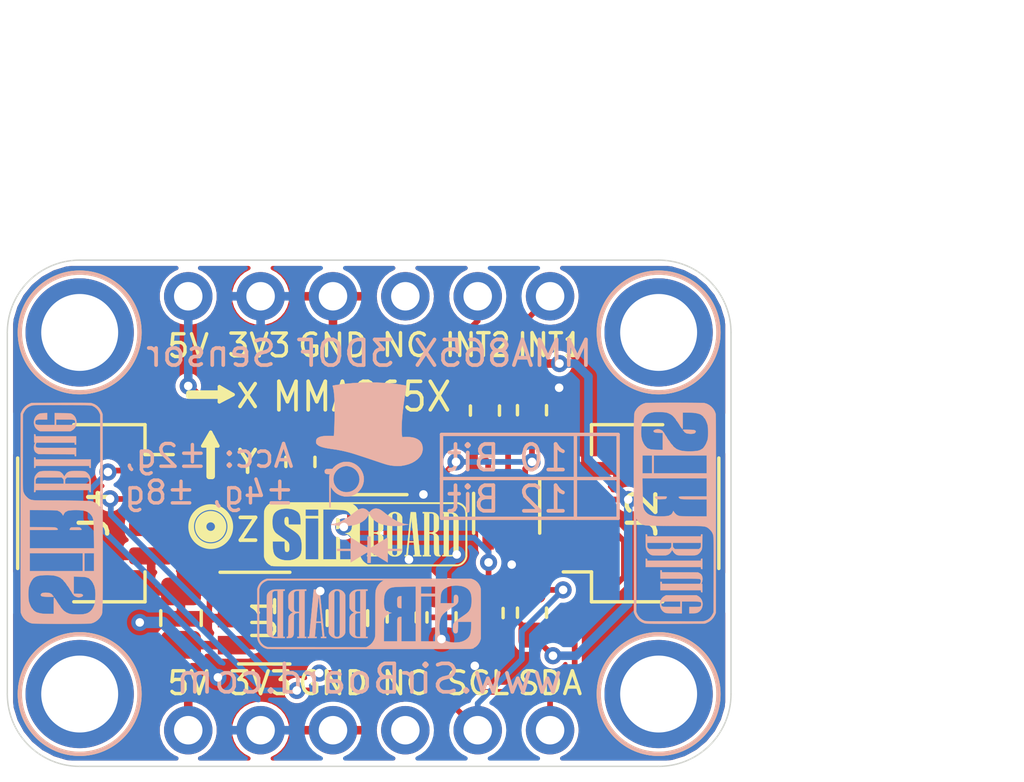
<source format=kicad_pcb>
(kicad_pcb (version 20171130) (host pcbnew "(5.1.2)-2")
  (title_block (title "MMA845X Breakout with 5V Level Shift") (date 2020-01-22) (rev 2) (company SirBoard) (comment 1 "1.56Hz - 800Hz Data Rates") (comment 2 "±2g, ±4g, ±8g") (comment 3 "Digital 8bit/12Bit or 14bit I2C Accelerometer") (comment 4 "MMA8451, MMA8452 - SirBlue"))
  (layers (0 F.Cu signal) (31 B.Cu signal) (34 B.Paste user hide) (35 F.Paste user hide) (36 B.SilkS user) (37 F.SilkS user) (38 B.Mask user hide) (39 F.Mask user hide) (44 Edge.Cuts user))
  (net 0 "")
  (net 1 GND)
  (net 2 5V)
  (net 3 3V3)
  (net 4 "Net-(U1-Pad4)")
  (net 5 SCL_5V)
  (net 6 SDA_3V3)
  (net 7 SDA_5V)
  (net 8 SCL_3V3)
  (net 9 "Net-(J3-Pad4)")
  (net 10 INT1)
  (net 11 INT2)
  (net 12 "Net-(C2-Pad1)")
  (net 13 "Net-(C5-Pad1)")
  (net 14 "Net-(J1-Pad4)")
  (module logo:SirBoard71X22 (layer F.Cu) (at 65.151 36.703)
    (fp_text reference G*** hide)
    (fp_text value LOGO hide)
  )
  (module Package_DFN_QFN:DFN-10_2x2mm_P0.4mm (layer F.Cu) (at 65.405 34.163 180)
    (fp_text reference U2 hide)
    (fp_text value MMA865X)
    (pad 10 smd rect (at 0.8 -0.8 180) (size 0.7 0.25) (layers F.Cu F.Paste F.Mask) (net 6 SDA_3V3))
    (pad 9 smd rect (at 0.8 -0.4 180) (size 0.7 0.25) (layers F.Cu F.Paste F.Mask) (net 1 GND))
    (pad 8 smd rect (at 0.8 0 180) (size 0.7 0.25) (layers F.Cu F.Paste F.Mask) (net 13 "Net-(C5-Pad1)"))
    (pad 7 smd rect (at 0.8 0.4 180) (size 0.7 0.25) (layers F.Cu F.Paste F.Mask) (net 1 GND))
    (pad 6 smd rect (at 0.8 0.8 180) (size 0.7 0.25) (layers F.Cu F.Paste F.Mask) (net 1 GND))
    (pad 5 smd rect (at -0.8 0.8 180) (size 0.7 0.25) (layers F.Cu F.Paste F.Mask) (net 11 INT2))
    (pad 4 smd rect (at -0.8 0.4 180) (size 0.7 0.25) (layers F.Cu F.Paste F.Mask) (net 12 "Net-(C2-Pad1)"))
    (pad 3 smd rect (at -0.8 0 180) (size 0.7 0.25) (layers F.Cu F.Paste F.Mask) (net 10 INT1))
    (pad 2 smd rect (at -0.8 -0.4 180) (size 0.7 0.25) (layers F.Cu F.Paste F.Mask) (net 8 SCL_3V3))
    (pad 1 smd rect (at -0.8 -0.8 180) (size 0.7 0.25) (layers F.Cu F.Paste F.Mask) (net 3 3V3))
  )
  (module Capacitor_SMD:C_0603_1608Metric (layer F.Cu) (at 67.818 39.624 270)
    (fp_text reference C3 hide)
    (fp_text value 220nF)
    (pad 2 smd roundrect (at 0.7875 0 270) (size 0.875 0.95) (layers F.Cu F.Paste F.Mask) (net 1 GND))
    (pad 1 smd roundrect (at -0.7875 0 270) (size 0.875 0.95) (layers F.Cu F.Paste F.Mask) (net 3 3V3))
  )
  (module Capacitor_SMD:C_0603_1608Metric (layer F.Cu) (at 62.865 34.163 90)
    (fp_text reference C5 hide)
    (fp_text value 100nF)
    (pad 2 smd roundrect (at 0.7875 0 90) (size 0.875 0.95) (layers F.Cu F.Paste F.Mask) (net 1 GND))
    (pad 1 smd roundrect (at -0.7875 0 90) (size 0.875 0.95) (layers F.Cu F.Paste F.Mask) (net 13 "Net-(C5-Pad1)"))
  )
  (module Capacitor_SMD:C_0603_1608Metric (layer F.Cu) (at 66.421 39.624 270)
    (fp_text reference C2 hide)
    (fp_text value 100nF)
    (pad 2 smd roundrect (at 0.7875 0 270) (size 0.875 0.95) (layers F.Cu F.Paste F.Mask) (net 1 GND))
    (pad 1 smd roundrect (at -0.7875 0 270) (size 0.875 0.95) (layers F.Cu F.Paste F.Mask) (net 12 "Net-(C2-Pad1)"))
  )
  (module logo:SirBoard79x25 (layer B.Cu) (at 65.278 39.497 180)
    (fp_text reference G*** hide)
    (fp_text value LOGO hide)
  )
  (module logo:logo63x89 (layer B.Cu) (at 65.278 34.544 180)
    (fp_text reference G*** hide)
    (fp_text value LOGO hide)
  )
  (module logo:SirBlue78x29 (layer B.Cu) (at 76.0095 35.9664 270)
    (fp_text reference G*** hide)
    (fp_text value LOGO hide)
  )
  (module logo:SirBlue78x29 (layer B.Cu) (at 54.483 35.9664 90)
    (fp_text reference G*** hide)
    (fp_text value LOGO hide)
  )
  (module Connector_PinHeader_2.54mm:PinHeader_1x06_P2.54mm_Vertical (layer B.Cu) (at 58.928 28.3464 270)
    (fp_text reference J3 hide)
    (fp_text value Conn_01x06)
    (pad 6 thru_hole oval (at 0 -12.7 270) (size 1.7 1.7) (drill 1) (layers *.Cu *.Mask) (net 10 INT1))
    (pad 5 thru_hole oval (at 0 -10.16 270) (size 1.7 1.7) (drill 1) (layers *.Cu *.Mask) (net 11 INT2))
    (pad 4 thru_hole oval (at 0 -7.62 270) (size 1.7 1.7) (drill 1) (layers *.Cu *.Mask) (net 9 "Net-(J3-Pad4)"))
    (pad 3 thru_hole oval (at 0 -5.08 270) (size 1.7 1.7) (drill 1) (layers *.Cu *.Mask) (net 1 GND))
    (pad 2 thru_hole oval (at 0 -2.54 270) (size 1.7 1.7) (drill 1) (layers *.Cu *.Mask) (net 3 3V3))
    (pad 1 thru_hole circle (at 0 0 270) (size 1.7 1.7) (drill 1) (layers *.Cu *.Mask) (net 2 5V))
  )
  (module Connector_PinHeader_2.54mm:PinHeader_1x06_P2.54mm_Vertical (layer B.Cu) (at 58.928 43.5864 270)
    (fp_text reference J1 hide)
    (fp_text value Conn_01x06)
    (pad 6 thru_hole oval (at 0 -12.7 270) (size 1.7 1.7) (drill 1) (layers *.Cu *.Mask) (net 7 SDA_5V))
    (pad 5 thru_hole oval (at 0 -10.16 270) (size 1.7 1.7) (drill 1) (layers *.Cu *.Mask) (net 5 SCL_5V))
    (pad 4 thru_hole oval (at 0 -7.62 270) (size 1.7 1.7) (drill 1) (layers *.Cu *.Mask) (net 14 "Net-(J1-Pad4)"))
    (pad 3 thru_hole oval (at 0 -5.08 270) (size 1.7 1.7) (drill 1) (layers *.Cu *.Mask) (net 1 GND))
    (pad 2 thru_hole oval (at 0 -2.54 270) (size 1.7 1.7) (drill 1) (layers *.Cu *.Mask) (net 3 3V3))
    (pad 1 thru_hole circle (at 0 0 270) (size 1.7 1.7) (drill 1) (layers *.Cu *.Mask) (net 2 5V))
  )
  (module Package_TO_SOT_SMD:SOT-23-5 (layer F.Cu) (at 61.595 39.6494)
    (fp_text reference U1 (at 0 0 90) (layer F.SilkS) (effects (font (size 0.8 0.8) (thickness 0.12))))
    (fp_text value AP2127K-3.3)
    (pad 5 smd rect (at 1.1 -0.95) (size 1.06 0.65) (layers F.Cu F.Paste F.Mask) (net 3 3V3))
    (pad 4 smd rect (at 1.1 0.95) (size 1.06 0.65) (layers F.Cu F.Paste F.Mask) (net 4 "Net-(U1-Pad4)"))
    (pad 3 smd rect (at -1.1 0.95) (size 1.06 0.65) (layers F.Cu F.Paste F.Mask) (net 2 5V))
    (pad 2 smd rect (at -1.1 0) (size 1.06 0.65) (layers F.Cu F.Paste F.Mask) (net 1 GND))
    (pad 1 smd rect (at -1.1 -0.95) (size 1.06 0.65) (layers F.Cu F.Paste F.Mask) (net 2 5V))
  )
  (module Connector_JST:JST_SH_SM04B-SRSS-TB_1x04-1MP_P1.00mm_Horizontal (layer F.Cu) (at 55.626 35.9664 270)
    (fp_text reference J4 (at 0 0 270) (layer F.SilkS))
    (fp_text value Conn_01x04)
    (pad MP smd roundrect (at 2.8 1.875 270) (size 1.2 1.8) (layers F.Cu F.Paste F.Mask) (roundrect_rratio 0.208333))
    (pad MP smd roundrect (at -2.8 1.875 270) (size 1.2 1.8) (layers F.Cu F.Paste F.Mask) (roundrect_rratio 0.208333))
    (pad 4 smd roundrect (at 1.5 -2 270) (size 0.6 1.55) (layers F.Cu F.Paste F.Mask) (net 1 GND))
    (pad 3 smd roundrect (at 0.5 -2 270) (size 0.6 1.55) (layers F.Cu F.Paste F.Mask) (net 2 5V))
    (pad 2 smd roundrect (at -0.5 -2 270) (size 0.6 1.55) (layers F.Cu F.Paste F.Mask) (net 7 SDA_5V))
    (pad 1 smd roundrect (at -1.5 -2 270) (size 0.6 1.55) (layers F.Cu F.Paste F.Mask) (net 5 SCL_5V))
  )
  (module Connector_JST:JST_SH_SM04B-SRSS-TB_1x04-1MP_P1.00mm_Horizontal (layer F.Cu) (at 74.8665 35.9664 90)
    (fp_text reference J2 (at 0 0 90) (layer F.SilkS))
    (fp_text value Conn_01x04)
    (pad MP smd roundrect (at 2.8 1.875 90) (size 1.2 1.8) (layers F.Cu F.Paste F.Mask) (roundrect_rratio 0.208333))
    (pad MP smd roundrect (at -2.8 1.875 90) (size 1.2 1.8) (layers F.Cu F.Paste F.Mask) (roundrect_rratio 0.208333))
    (pad 4 smd roundrect (at 1.5 -2 90) (size 0.6 1.55) (layers F.Cu F.Paste F.Mask) (net 1 GND))
    (pad 3 smd roundrect (at 0.5 -2 90) (size 0.6 1.55) (layers F.Cu F.Paste F.Mask) (net 2 5V))
    (pad 2 smd roundrect (at -0.5 -2 90) (size 0.6 1.55) (layers F.Cu F.Paste F.Mask) (net 7 SDA_5V))
    (pad 1 smd roundrect (at -1.5 -2 90) (size 0.6 1.55) (layers F.Cu F.Paste F.Mask) (net 5 SCL_5V))
  )
  (module Capacitor_SMD:C_0805_2012Metric (layer F.Cu) (at 64.516 39.6494 270)
    (fp_text reference C4 hide)
    (fp_text value 10uF)
    (pad 2 smd roundrect (at 0.9375 0 270) (size 0.975 1.4) (layers F.Cu F.Paste F.Mask) (net 1 GND))
    (pad 1 smd roundrect (at -0.9375 0 270) (size 0.975 1.4) (layers F.Cu F.Paste F.Mask) (net 3 3V3))
  )
  (module Capacitor_SMD:C_0805_2012Metric (layer F.Cu) (at 58.674 39.6494 90)
    (fp_text reference C1 hide)
    (fp_text value 10uF)
    (pad 2 smd roundrect (at 0.9375 0 90) (size 0.975 1.4) (layers F.Cu F.Paste F.Mask) (net 1 GND))
    (pad 1 smd roundrect (at -0.9375 0 90) (size 0.975 1.4) (layers F.Cu F.Paste F.Mask) (net 2 5V))
  )
  (module SirBoardLibrary:MountingHole_M2.5_SirBoard (layer F.Cu) (at 55.118 42.3164 270)
    (fp_text reference H1 hide)
    (fp_text value MountingHole)
    (pad 1 thru_hole circle (at 0 0 270) (size 3.8 3.8) (drill 2.7) (layers *.Cu *.Mask))
  )
  (module SirBoardLibrary:MountingHole_M2.5_SirBoard (layer F.Cu) (at 55.118 29.6164 270)
    (fp_text reference H2 hide)
    (fp_text value MountingHole)
    (pad 1 thru_hole circle (at 0 0 270) (size 3.8 3.8) (drill 2.7) (layers *.Cu *.Mask))
  )
  (module SirBoardLibrary:MountingHole_M2.5_SirBoard (layer F.Cu) (at 75.438 42.3164 90)
    (fp_text reference H3 hide)
    (fp_text value MountingHole)
    (pad 1 thru_hole circle (at 0 0 90) (size 3.8 3.8) (drill 2.7) (layers *.Cu *.Mask))
  )
  (module SirBoardLibrary:MountingHole_M2.5_SirBoard (layer F.Cu) (at 75.438 29.6164 90)
    (fp_text reference H4 hide)
    (fp_text value MountingHole)
    (pad 1 thru_hole circle (at 0 0 90) (size 3.8 3.8) (drill 2.7) (layers *.Cu *.Mask))
  )
  (module Resistor_SMD:R_0603_1608Metric (layer F.Cu) (at 69.342 32.3596 270)
    (fp_text reference R8 hide)
    (fp_text value 10K)
    (pad 2 smd roundrect (at 0.7875 0 270) (size 0.875 0.95) (layers F.Cu F.Paste F.Mask) (net 7 SDA_5V))
    (pad 1 smd roundrect (at -0.7875 0 270) (size 0.875 0.95) (layers F.Cu F.Paste F.Mask) (net 2 5V))
  )
  (module Resistor_SMD:R_0603_1608Metric (layer F.Cu) (at 69.469 39.4716 270)
    (fp_text reference R7 hide)
    (fp_text value 10K)
    (pad 2 smd roundrect (at 0.7875 0 270) (size 0.875 0.95) (layers F.Cu F.Paste F.Mask) (net 3 3V3))
    (pad 1 smd roundrect (at -0.7875 0 270) (size 0.875 0.95) (layers F.Cu F.Paste F.Mask) (net 6 SDA_3V3))
  )
  (module Resistor_SMD:R_0603_1608Metric (layer F.Cu) (at 70.993 39.4589 90)
    (fp_text reference R6 hide)
    (fp_text value 10K)
    (pad 2 smd roundrect (at 0.7875 0 90) (size 0.875 0.95) (layers F.Cu F.Paste F.Mask) (net 5 SCL_5V))
    (pad 1 smd roundrect (at -0.7875 0 90) (size 0.875 0.95) (layers F.Cu F.Paste F.Mask) (net 2 5V))
  )
  (module Resistor_SMD:R_0603_1608Metric (layer F.Cu) (at 70.993 32.3469 90)
    (fp_text reference R5 hide)
    (fp_text value 10K)
    (pad 2 smd roundrect (at 0.7875 0 90) (size 0.875 0.95) (layers F.Cu F.Paste F.Mask) (net 3 3V3))
    (pad 1 smd roundrect (at -0.7875 0 90) (size 0.875 0.95) (layers F.Cu F.Paste F.Mask) (net 8 SCL_3V3))
  )
  (module Package_TO_SOT_SMD:SOT-363_SC-70-6 (layer F.Cu) (at 70.104 35.9664 270)
    (fp_text reference Q2 hide)
    (fp_text value BSS138DW)
    (pad 6 smd rect (at 0.95 -0.65 270) (size 0.65 0.4) (layers F.Cu F.Paste F.Mask) (net 5 SCL_5V))
    (pad 4 smd rect (at 0.95 0.65 270) (size 0.65 0.4) (layers F.Cu F.Paste F.Mask) (net 6 SDA_3V3))
    (pad 2 smd rect (at -0.95 0 270) (size 0.65 0.4) (layers F.Cu F.Paste F.Mask) (net 3 3V3))
    (pad 5 smd rect (at 0.95 0 270) (size 0.65 0.4) (layers F.Cu F.Paste F.Mask) (net 3 3V3))
    (pad 3 smd rect (at -0.95 0.65 270) (size 0.65 0.4) (layers F.Cu F.Paste F.Mask) (net 7 SDA_5V))
    (pad 1 smd rect (at -0.95 -0.65 270) (size 0.65 0.4) (layers F.Cu F.Paste F.Mask) (net 8 SCL_3V3))
  )
  (gr_text NC (at 66.548 41.9354) (layer F.SilkS) (effects (font (size 0.8 0.8) (thickness 0.12))))
  (gr_text "10 Bit\n12 Bit" (at 70.1294 34.7472) (layer B.SilkS) (effects (font (size 0.9 0.9) (thickness 0.13)) (justify mirror)))
  (gr_line (start 67.818 33.1978) (end 74.0156 33.1978) (layer B.SilkS) (width 0.12))
  (gr_line (start 74.0156 33.1978) (end 74.0156 36.1442) (layer B.SilkS) (width 0.12))
  (gr_line (start 74.0156 36.1442) (end 67.818 36.1442) (layer B.SilkS) (width 0.12))
  (gr_line (start 67.818 36.1442) (end 67.818 33.1978) (layer B.SilkS) (width 0.12))
  (gr_line (start 67.818 34.7472) (end 74.0156 34.7472) (layer B.SilkS) (width 0.12))
  (gr_line (start 72.517 33.1978) (end 72.517 36.1442) (layer B.SilkS) (width 0.12))
  (gr_text MMA865X (at 65.024 31.877) (layer F.SilkS) (effects (font (size 1 0.9) (thickness 0.13))))
  (gr_text 5V (at 58.928 30.099) (layer F.SilkS) (effects (font (size 0.8 0.8) (thickness 0.12))))
  (gr_text 3V3 (at 61.4172 30.0736) (layer F.SilkS) (effects (font (size 0.8 0.8) (thickness 0.12))))
  (gr_text GND (at 64.008 30.0736) (layer F.SilkS) (effects (font (size 0.8 0.8) (thickness 0.12))))
  (gr_line (start 60.0202 31.5214) (end 60.0202 32.0548) (layer F.SilkS) (width 0.12))
  (gr_line (start 60.0964 31.5976) (end 60.0964 31.9786) (layer F.SilkS) (width 0.12))
  (gr_line (start 58.9534 31.8516) (end 60.325 31.8516) (layer F.SilkS) (width 0.2))
  (gr_line (start 58.9534 31.75) (end 60.325 31.75) (layer F.SilkS) (width 0.2))
  (gr_line (start 58.9534 31.8008) (end 60.325 31.8008) (layer F.SilkS) (width 0.2))
  (gr_line (start 60.5028 31.8008) (end 60.0202 31.5214) (layer F.SilkS) (width 0.12))
  (gr_line (start 60.5028 31.8008) (end 60.0202 32.0548) (layer F.SilkS) (width 0.12))
  (gr_line (start 59.5122 33.528) (end 59.8932 33.528) (layer F.SilkS) (width 0.12))
  (gr_line (start 59.436 33.6042) (end 59.9694 33.6042) (layer F.SilkS) (width 0.12))
  (gr_line (start 59.7154 34.671) (end 59.7154 33.2994) (layer F.SilkS) (width 0.2))
  (gr_line (start 59.6646 34.671) (end 59.6646 33.2994) (layer F.SilkS) (width 0.2))
  (gr_line (start 59.7662 34.671) (end 59.7662 33.2994) (layer F.SilkS) (width 0.2))
  (gr_line (start 59.7154 33.1216) (end 59.436 33.6042) (layer F.SilkS) (width 0.12))
  (gr_line (start 59.7154 33.1216) (end 59.9694 33.6042) (layer F.SilkS) (width 0.12))
  (gr_text INT1 (at 71.628 30.0609) (layer F.SilkS) (effects (font (size 0.8 0.7) (thickness 0.12))))
  (gr_text "Acc: ±2g,\n±4g, ±8g" (at 59.6646 34.5948) (layer B.SilkS) (effects (font (size 0.8 0.8) (thickness 0.12)) (justify mirror)))
  (gr_text Y (at 61.0108 34.163) (layer F.SilkS) (effects (font (size 0.8 0.8) (thickness 0.13))))
  (gr_text Z (at 61.0235 36.4744 180) (layer F.SilkS) (effects (font (size 0.8 0.8) (thickness 0.13))))
  (gr_text X (at 61.0108 31.8516) (layer F.SilkS) (effects (font (size 0.8 0.8) (thickness 0.13))))
  (gr_circle (center 59.7154 36.4363) (end 59.8654 36.4363) (layer F.SilkS) (width 0.4))
  (gr_arc (start 59.7154 36.4363) (end 59.7408 35.7505) (angle -357.8050689) (layer F.SilkS) (width 0.2))
  (gr_text INT2 (at 69.088 30.0609) (layer F.SilkS) (effects (font (size 0.8 0.7) (thickness 0.12))))
  (gr_text NC (at 66.548 30.0609) (layer F.SilkS) (effects (font (size 0.8 0.8) (thickness 0.12))))
  (gr_text 5V (at 58.928 41.9354) (layer F.SilkS) (effects (font (size 0.8 0.8) (thickness 0.12))))
  (gr_text 3V3 (at 61.468 41.9354) (layer F.SilkS) (effects (font (size 0.8 0.8) (thickness 0.12))))
  (gr_text GND (at 64.008 41.9354) (layer F.SilkS) (effects (font (size 0.8 0.8) (thickness 0.12))))
  (gr_text SCL (at 69.088 41.9354) (layer F.SilkS) (effects (font (size 0.8 0.8) (thickness 0.12))))
  (gr_text SDA (at 71.628 41.9354) (layer F.SilkS) (effects (font (size 0.8 0.8) (thickness 0.12))))
  (gr_arc (start 55.118 29.6164) (end 55.118 27.0764) (angle -90) (layer Edge.Cuts) (width 0.05))
  (gr_arc (start 75.438 29.6164) (end 77.978 29.6164) (angle -90) (layer Edge.Cuts) (width 0.05))
  (gr_arc (start 75.438 42.3164) (end 75.438 44.8564) (angle -90) (layer Edge.Cuts) (width 0.05))
  (gr_arc (start 55.118 42.3164) (end 52.578 42.3164) (angle -90) (layer Edge.Cuts) (width 0.05))
  (gr_line (start 52.578 42.3164) (end 52.578 29.6164) (layer Edge.Cuts) (width 0.05))
  (gr_line (start 55.118 27.0764) (end 75.438 27.0764) (layer Edge.Cuts) (width 0.05))
  (gr_line (start 77.978 29.6164) (end 77.978 42.3164) (layer Edge.Cuts) (width 0.05))
  (gr_line (start 75.438 44.8564) (end 55.118 44.8564) (layer Edge.Cuts) (width 0.05))
  (gr_text "MMA865X 3DOF Sensor" (at 65.278 30.353) (layer B.SilkS) (effects (font (size 0.9 0.9) (thickness 0.13)) (justify mirror)))
  (gr_text www.SirBoard.com (at 65.278 41.783) (layer B.SilkS) (effects (font (size 1 1) (thickness 0.13)) (justify mirror)))
  (via (at 59.9694 41.7322) (size 0.6) (drill 0.3) (layers F.Cu B.Cu) (net 1))
  (via (at 57.2262 39.8018) (size 0.6) (drill 0.3) (layers F.Cu B.Cu) (net 1))
  (segment (start 58.039 39.8018) (end 59.9694 41.7322) (width 0.4) (layer B.Cu) (net 1))
  (segment (start 57.2262 39.8018) (end 58.039 39.8018) (width 0.4) (layer B.Cu) (net 1))
  (via (at 67.818 40.386) (size 0.6) (drill 0.3) (layers F.Cu B.Cu) (net 1))
  (via (at 68.3514 37.4142) (size 0.6) (drill 0.3) (layers F.Cu B.Cu) (net 1))
  (segment (start 67.818 37.9476) (end 68.051401 37.714199) (width 0.4) (layer B.Cu) (net 1))
  (segment (start 68.051401 37.714199) (end 68.3514 37.4142) (width 0.4) (layer B.Cu) (net 1))
  (segment (start 67.818 40.386) (end 67.818 37.9476) (width 0.4) (layer B.Cu) (net 1))
  (segment (start 65.155 34.563) (end 64.605 34.563) (width 0.2) (layer F.Cu) (net 1))
  (segment (start 65.182001 34.535999) (end 65.155 34.563) (width 0.2) (layer F.Cu) (net 1))
  (segment (start 65.182001 33.790001) (end 65.182001 34.535999) (width 0.2) (layer F.Cu) (net 1))
  (segment (start 65.155 33.763) (end 65.182001 33.790001) (width 0.2) (layer F.Cu) (net 1))
  (segment (start 64.605 33.763) (end 65.155 33.763) (width 0.2) (layer F.Cu) (net 1))
  (segment (start 58.674 40.5869) (end 58.674 41.7449) (width 0.3) (layer F.Cu) (net 2))
  (segment (start 58.928 41.9989) (end 58.928 43.5864) (width 0.3) (layer F.Cu) (net 2))
  (segment (start 58.674 41.7449) (end 58.928 41.9989) (width 0.3) (layer F.Cu) (net 2))
  (segment (start 58.6865 40.5994) (end 58.674 40.5869) (width 0.3) (layer F.Cu) (net 2))
  (segment (start 60.495 40.5994) (end 58.6865 40.5994) (width 0.3) (layer F.Cu) (net 2))
  (segment (start 61.2165 40.5994) (end 60.495 40.5994) (width 0.3) (layer F.Cu) (net 2))
  (segment (start 61.468 40.3479) (end 61.2165 40.5994) (width 0.3) (layer F.Cu) (net 2))
  (segment (start 60.495 38.6994) (end 61.2165 38.6994) (width 0.3) (layer F.Cu) (net 2))
  (segment (start 61.2165 38.6994) (end 61.468 38.9509) (width 0.3) (layer F.Cu) (net 2))
  (via (at 71.7296 40.9702) (size 0.6) (drill 0.3) (layers F.Cu B.Cu) (net 2))
  (segment (start 70.993 40.2464) (end 71.0058 40.2464) (width 0.2) (layer F.Cu) (net 2))
  (segment (start 71.0058 40.2464) (end 71.7296 40.9702) (width 0.2) (layer F.Cu) (net 2))
  (segment (start 71.7296 40.9702) (end 72.5424 40.9702) (width 0.3) (layer B.Cu) (net 2))
  (via (at 74.3712 35.4838) (size 0.6) (drill 0.3) (layers F.Cu B.Cu) (net 2))
  (segment (start 72.5424 40.9702) (end 74.3712 39.1414) (width 0.3) (layer B.Cu) (net 2))
  (segment (start 74.3712 39.1414) (end 74.3712 35.4838) (width 0.3) (layer B.Cu) (net 2))
  (segment (start 72.8839 35.4838) (end 72.8665 35.4664) (width 0.2) (layer F.Cu) (net 2))
  (segment (start 74.3712 35.4838) (end 72.8839 35.4838) (width 0.2) (layer F.Cu) (net 2))
  (segment (start 60.495 37.6096) (end 60.495 38.6994) (width 0.3) (layer F.Cu) (net 2))
  (segment (start 59.3344 36.4314) (end 60.495 37.592) (width 0.3) (layer F.Cu) (net 2))
  (segment (start 57.626 36.4664) (end 57.6434 36.449) (width 0.3) (layer F.Cu) (net 2))
  (segment (start 57.6434 36.449) (end 59.3344 36.449) (width 0.3) (layer F.Cu) (net 2))
  (via (at 71.9582 30.7086) (size 0.6) (drill 0.3) (layers F.Cu B.Cu) (net 2))
  (segment (start 69.342 31.5721) (end 70.2055 30.7086) (width 0.3) (layer F.Cu) (net 2))
  (segment (start 70.2055 30.7086) (end 71.9582 30.7086) (width 0.3) (layer F.Cu) (net 2))
  (segment (start 72.9742 34.0868) (end 74.3712 35.4838) (width 0.3) (layer B.Cu) (net 2))
  (segment (start 72.9742 31.1658) (end 72.9742 34.0868) (width 0.3) (layer B.Cu) (net 2))
  (segment (start 71.9582 30.7086) (end 72.517 30.7086) (width 0.3) (layer B.Cu) (net 2))
  (segment (start 72.517 30.7086) (end 72.9742 31.1658) (width 0.3) (layer B.Cu) (net 2))
  (segment (start 61.468 39.6748) (end 65.6844 39.6748) (width 0.2) (layer F.Cu) (net 2))
  (segment (start 61.468 38.9509) (end 61.468 39.6748) (width 0.3) (layer F.Cu) (net 2))
  (segment (start 61.468 39.6748) (end 61.468 40.3479) (width 0.3) (layer F.Cu) (net 2))
  (segment (start 65.6844 39.6748) (end 65.7352 39.624) (width 0.2) (layer F.Cu) (net 2))
  (segment (start 65.7352 39.624) (end 68.5546 39.624) (width 0.2) (layer F.Cu) (net 2))
  (segment (start 68.5546 39.624) (end 68.707 39.4716) (width 0.2) (layer F.Cu) (net 2))
  (segment (start 70.2182 39.4716) (end 70.993 40.2464) (width 0.2) (layer F.Cu) (net 2))
  (segment (start 68.707 39.4716) (end 70.2182 39.4716) (width 0.2) (layer F.Cu) (net 2))
  (segment (start 59.3344 36.449) (end 59.3344 31.9024) (width 0.3) (layer F.Cu) (net 2))
  (segment (start 59.3344 31.9024) (end 58.928 31.496) (width 0.3) (layer F.Cu) (net 2))
  (segment (start 58.928 31.496) (end 58.928 31.496) (width 0.3) (layer F.Cu) (net 2))
  (via (at 58.928 31.496) (size 0.6) (drill 0.3) (layers F.Cu B.Cu) (net 2))
  (segment (start 58.928 31.496) (end 58.928 28.3464) (width 0.3) (layer B.Cu) (net 2))
  (segment (start 64.5035 38.6994) (end 64.516 38.7119) (width 0.3) (layer F.Cu) (net 3))
  (segment (start 62.695 38.6994) (end 63.561 38.6994) (width 0.3) (layer F.Cu) (net 3))
  (segment (start 63.561 38.6994) (end 63.561 38.6994) (width 0.3) (layer F.Cu) (net 3))
  (segment (start 70.104 34.4914) (end 70.1548 34.4406) (width 0.2) (layer F.Cu) (net 3))
  (segment (start 70.104 35.0164) (end 70.104 34.4914) (width 0.2) (layer F.Cu) (net 3))
  (segment (start 70.1548 32.3976) (end 70.993 31.5594) (width 0.2) (layer F.Cu) (net 3))
  (segment (start 70.1548 34.4406) (end 70.1548 32.3976) (width 0.2) (layer F.Cu) (net 3))
  (segment (start 63.561 38.6994) (end 64.5035 38.6994) (width 0.3) (layer F.Cu) (net 3))
  (via (at 63.561 38.6994) (size 0.6) (drill 0.3) (layers F.Cu B.Cu) (net 3))
  (via (at 70.2818 37.7698) (size 0.6) (drill 0.3) (layers F.Cu B.Cu) (net 3))
  (segment (start 70.104 36.9164) (end 70.104 37.592) (width 0.2) (layer F.Cu) (net 3))
  (segment (start 70.104 37.592) (end 70.2818 37.7698) (width 0.2) (layer F.Cu) (net 3))
  (via (at 71.9456 31.5594) (size 0.6) (drill 0.3) (layers F.Cu B.Cu) (net 3))
  (segment (start 70.993 31.5594) (end 71.9456 31.5594) (width 0.2) (layer F.Cu) (net 3))
  (via (at 68.9864 41.3258) (size 0.6) (drill 0.3) (layers F.Cu B.Cu) (net 3))
  (segment (start 69.469 40.2591) (end 69.469 40.8432) (width 0.2) (layer F.Cu) (net 3))
  (segment (start 69.469 40.8432) (end 68.9864 41.3258) (width 0.2) (layer F.Cu) (net 3))
  (via (at 66.675 37.592) (size 0.6) (drill 0.3) (layers F.Cu B.Cu) (net 3))
  (segment (start 67.818 38.8365) (end 67.818 38.735) (width 0.2) (layer F.Cu) (net 3))
  (segment (start 67.818 38.735) (end 66.675 37.592) (width 0.2) (layer F.Cu) (net 3))
  (via (at 67.183 35.306) (size 0.6) (drill 0.3) (layers F.Cu B.Cu) (net 3))
  (segment (start 66.205 34.963) (end 66.84 34.963) (width 0.2) (layer F.Cu) (net 3))
  (segment (start 66.84 34.963) (end 67.183 35.306) (width 0.2) (layer F.Cu) (net 3))
  (segment (start 70.993 37.7444) (end 70.993 38.6714) (width 0.2) (layer F.Cu) (net 5))
  (segment (start 71.271 37.4664) (end 70.993 37.7444) (width 0.2) (layer F.Cu) (net 5))
  (segment (start 72.8665 37.4664) (end 71.271 37.4664) (width 0.2) (layer F.Cu) (net 5))
  (segment (start 71.2724 37.465) (end 70.993 37.7444) (width 0.2) (layer F.Cu) (net 5))
  (segment (start 71.2724 37.1602) (end 71.2724 37.465) (width 0.2) (layer F.Cu) (net 5))
  (segment (start 70.754 36.9164) (end 71.0286 36.9164) (width 0.2) (layer F.Cu) (net 5))
  (segment (start 71.0286 36.9164) (end 71.2724 37.1602) (width 0.2) (layer F.Cu) (net 5))
  (via (at 56.1086 34.5186) (size 0.6) (drill 0.3) (layers F.Cu B.Cu) (net 5))
  (segment (start 56.1608 34.4664) (end 57.626 34.4664) (width 0.2) (layer F.Cu) (net 5))
  (segment (start 56.1086 34.5186) (end 56.1608 34.4664) (width 0.2) (layer F.Cu) (net 5))
  (segment (start 69.088 43.5864) (end 67.691 42.1894) (width 0.2) (layer F.Cu) (net 5))
  (via (at 62.738 42.1894) (size 0.6) (drill 0.3) (layers F.Cu B.Cu) (net 5))
  (segment (start 67.691 42.1894) (end 62.738 42.1894) (width 0.2) (layer F.Cu) (net 5))
  (segment (start 55.499 35.1282) (end 56.1086 34.5186) (width 0.2) (layer B.Cu) (net 5))
  (segment (start 55.499 36.1188) (end 55.499 35.1282) (width 0.2) (layer B.Cu) (net 5))
  (segment (start 62.738 42.1894) (end 61.5696 42.1894) (width 0.2) (layer B.Cu) (net 5))
  (segment (start 61.5696 42.1894) (end 55.499 36.1188) (width 0.2) (layer B.Cu) (net 5))
  (segment (start 67.691 42.1894) (end 67.691 42.1894) (width 0.2) (layer F.Cu) (net 5))
  (via (at 72.0852 38.6588) (size 0.6) (drill 0.3) (layers F.Cu B.Cu) (net 5))
  (segment (start 71.0056 38.6588) (end 70.993 38.6714) (width 0.2) (layer F.Cu) (net 5))
  (segment (start 72.0852 38.6588) (end 71.0056 38.6588) (width 0.2) (layer F.Cu) (net 5))
  (segment (start 70.6374 40.1066) (end 72.0852 38.6588) (width 0.2) (layer B.Cu) (net 5))
  (segment (start 70.6374 41.0972) (end 70.6374 40.1066) (width 0.2) (layer B.Cu) (net 5))
  (segment (start 69.088 43.5864) (end 69.088 42.6466) (width 0.2) (layer B.Cu) (net 5))
  (segment (start 69.088 42.6466) (end 70.6374 41.0972) (width 0.2) (layer B.Cu) (net 5))
  (segment (start 69.469 36.9314) (end 69.454 36.9164) (width 0.2) (layer F.Cu) (net 6))
  (via (at 69.469 37.6936) (size 0.6) (drill 0.3) (layers F.Cu B.Cu) (net 6))
  (segment (start 69.469 38.6841) (end 69.469 37.6936) (width 0.2) (layer F.Cu) (net 6))
  (segment (start 69.469 37.6936) (end 69.469 36.9314) (width 0.2) (layer F.Cu) (net 6))
  (via (at 64.389 36.449) (size 0.6) (drill 0.3) (layers F.Cu B.Cu) (net 6))
  (segment (start 64.478 36.36) (end 64.389 36.449) (width 0.2) (layer F.Cu) (net 6))
  (segment (start 69.469 37.338) (end 69.469 37.6936) (width 0.2) (layer B.Cu) (net 6))
  (segment (start 68.961 36.83) (end 69.469 37.338) (width 0.2) (layer B.Cu) (net 6))
  (segment (start 64.389 36.449) (end 64.77 36.83) (width 0.2) (layer B.Cu) (net 6))
  (segment (start 64.77 36.83) (end 68.961 36.83) (width 0.2) (layer B.Cu) (net 6))
  (segment (start 64.605 36.233) (end 64.389 36.449) (width 0.2) (layer F.Cu) (net 6))
  (segment (start 64.605 34.963) (end 64.605 36.233) (width 0.2) (layer F.Cu) (net 6))
  (segment (start 69.454 35.0164) (end 69.454 34.1734) (width 0.2) (layer F.Cu) (net 7))
  (segment (start 69.342 34.0614) (end 69.342 33.1471) (width 0.2) (layer F.Cu) (net 7))
  (segment (start 69.454 34.1734) (end 69.342 34.0614) (width 0.2) (layer F.Cu) (net 7))
  (segment (start 69.454 35.5414) (end 69.8536 35.941) (width 0.2) (layer F.Cu) (net 7))
  (segment (start 69.454 35.0164) (end 69.454 35.5414) (width 0.2) (layer F.Cu) (net 7))
  (segment (start 69.8536 35.941) (end 71.2724 35.941) (width 0.2) (layer F.Cu) (net 7))
  (segment (start 71.7978 36.4664) (end 72.8665 36.4664) (width 0.2) (layer F.Cu) (net 7))
  (segment (start 71.2724 35.941) (end 71.7978 36.4664) (width 0.2) (layer F.Cu) (net 7))
  (segment (start 73.7415 36.4664) (end 72.8665 36.4664) (width 0.2) (layer F.Cu) (net 7))
  (segment (start 71.628 42.384319) (end 72.4916 41.520719) (width 0.2) (layer F.Cu) (net 7))
  (segment (start 71.628 43.5864) (end 71.628 42.384319) (width 0.2) (layer F.Cu) (net 7))
  (segment (start 72.4916 41.520719) (end 72.4916 39.9288) (width 0.2) (layer F.Cu) (net 7))
  (segment (start 72.4916 39.9288) (end 74.2188 38.2016) (width 0.2) (layer F.Cu) (net 7))
  (segment (start 74.2188 38.2016) (end 74.2188 36.9437) (width 0.2) (layer F.Cu) (net 7))
  (segment (start 74.2188 36.9437) (end 73.7415 36.4664) (width 0.2) (layer F.Cu) (net 7))
  (via (at 63.5254 41.5798) (size 0.6) (drill 0.3) (layers F.Cu B.Cu) (net 7))
  (via (at 56.1848 35.4584) (size 0.6) (drill 0.3) (layers F.Cu B.Cu) (net 7))
  (segment (start 57.626 35.4664) (end 56.1928 35.4664) (width 0.2) (layer F.Cu) (net 7))
  (segment (start 56.1928 35.4664) (end 56.1848 35.4584) (width 0.2) (layer F.Cu) (net 7))
  (segment (start 56.2102 35.4838) (end 56.1848 35.4584) (width 0.2) (layer B.Cu) (net 7))
  (segment (start 56.2102 36.0172) (end 56.2102 35.4838) (width 0.2) (layer B.Cu) (net 7))
  (segment (start 63.5254 41.5798) (end 61.7728 41.5798) (width 0.2) (layer B.Cu) (net 7))
  (segment (start 61.7728 41.5798) (end 56.2102 36.0172) (width 0.2) (layer B.Cu) (net 7))
  (segment (start 67.8434 41.5798) (end 63.5254 41.5798) (width 0.2) (layer F.Cu) (net 7))
  (segment (start 68.5038 42.2402) (end 67.8434 41.5798) (width 0.2) (layer F.Cu) (net 7))
  (segment (start 71.628 42.384319) (end 71.483881 42.2402) (width 0.2) (layer F.Cu) (net 7))
  (segment (start 71.483881 42.2402) (end 68.5038 42.2402) (width 0.2) (layer F.Cu) (net 7))
  (segment (start 70.754 34.402) (end 70.754 35.0164) (width 0.2) (layer F.Cu) (net 8))
  (segment (start 70.993 33.1344) (end 70.993 34.163) (width 0.2) (layer F.Cu) (net 8))
  (segment (start 70.993 34.163) (end 70.993 34.163) (width 0.2) (layer F.Cu) (net 8))
  (segment (start 70.993 34.163) (end 70.754 34.402) (width 0.2) (layer F.Cu) (net 8))
  (segment (start 70.993 34.163) (end 70.993 34.163) (width 0.2) (layer F.Cu) (net 8))
  (via (at 70.993 34.163) (size 0.6) (drill 0.3) (layers F.Cu B.Cu) (net 8))
  (via (at 68.326 34.163) (size 0.6) (drill 0.3) (layers F.Cu B.Cu) (net 8))
  (segment (start 68.326 34.163) (end 70.993 34.163) (width 0.2) (layer B.Cu) (net 8))
  (segment (start 67.926 34.563) (end 68.326 34.163) (width 0.2) (layer F.Cu) (net 8))
  (segment (start 66.205 34.563) (end 67.926 34.563) (width 0.2) (layer F.Cu) (net 8))
  (segment (start 66.755 34.163) (end 66.205 34.163) (width 0.2) (layer F.Cu) (net 10))
  (segment (start 67.183 33.735) (end 66.755 34.163) (width 0.2) (layer F.Cu) (net 10))
  (segment (start 67.183 31.75) (end 67.183 33.735) (width 0.2) (layer F.Cu) (net 10))
  (segment (start 69.469 29.464) (end 67.183 31.75) (width 0.2) (layer F.Cu) (net 10))
  (segment (start 71.628 28.3464) (end 70.5104 29.464) (width 0.2) (layer F.Cu) (net 10))
  (segment (start 70.5104 29.464) (end 69.469 29.464) (width 0.2) (layer F.Cu) (net 10))
  (segment (start 69.088 29.21) (end 69.088 28.3464) (width 0.2) (layer F.Cu) (net 11))
  (segment (start 66.802 31.496) (end 69.088 29.21) (width 0.2) (layer F.Cu) (net 11))
  (segment (start 66.205 33.363) (end 66.802 32.766) (width 0.2) (layer F.Cu) (net 11))
  (segment (start 66.802 32.766) (end 66.802 31.496) (width 0.2) (layer F.Cu) (net 11))
  (segment (start 65.655 33.763) (end 66.205 33.763) (width 0.2) (layer F.Cu) (net 12))
  (segment (start 65.532 33.886) (end 65.655 33.763) (width 0.2) (layer F.Cu) (net 12))
  (segment (start 66.421 38.8365) (end 65.532 37.9475) (width 0.2) (layer F.Cu) (net 12))
  (segment (start 65.532 37.9475) (end 65.532 33.886) (width 0.2) (layer F.Cu) (net 12))
  (segment (start 62.8905 34.925) (end 62.865 34.9505) (width 0.2) (layer F.Cu) (net 13))
  (segment (start 63.16975 34.9505) (end 62.865 34.9505) (width 0.2) (layer F.Cu) (net 13))
  (segment (start 64.605 34.163) (end 63.95725 34.163) (width 0.2) (layer F.Cu) (net 13))
  (segment (start 63.95725 34.163) (end 63.16975 34.9505) (width 0.2) (layer F.Cu) (net 13))
  (zone (net 3) (net_name 3V3) (layer B.Cu) (connect_pads (clearance 0.15)) (min_thickness 0.15) (fill yes (arc_segments 32) (thermal_gap 0.2) (thermal_bridge_width 0.3))
    (polygon (pts (xy 52.7812 27.2796) (xy 77.7748 27.2796) (xy 77.7748 44.6532) (xy 52.7812 44.6532)))
  )
  (zone (net 1) (net_name GND) (layer F.Cu) (connect_pads (clearance 0.15)) (min_thickness 0.15) (fill yes (arc_segments 32) (thermal_gap 0.2) (thermal_bridge_width 0.3))
    (polygon (pts (xy 52.7812 27.2796) (xy 77.7748 27.2796) (xy 77.7748 44.6532) (xy 52.7812 44.6532)))
  )
)
</source>
